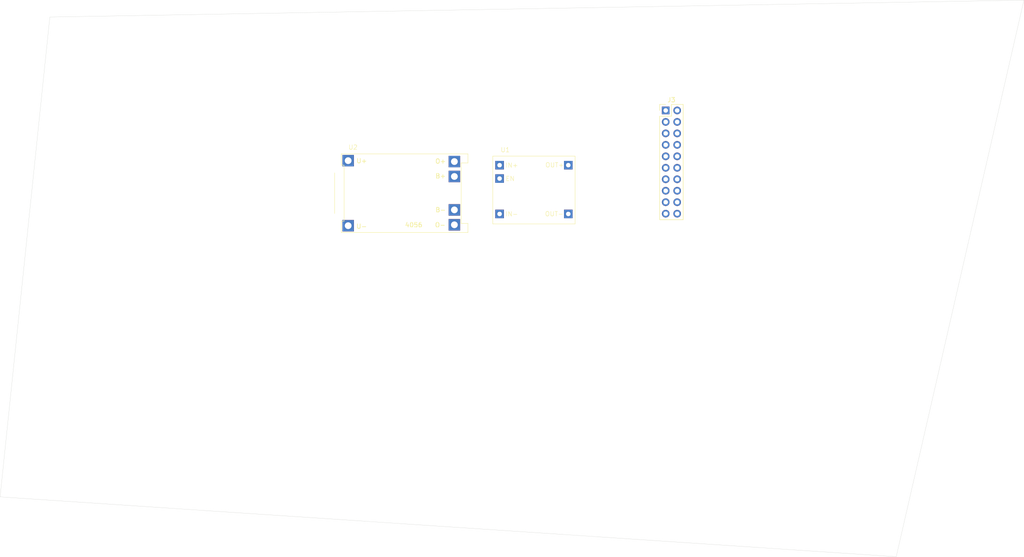
<source format=kicad_pcb>
(kicad_pcb (version 20241229) (generator "pcbnew") (generator_version "9.0")
  (layers (0 "F.Cu" signal) (2 "B.Cu" signal) (13 "F.Paste" user) (15 "B.Paste" user) (5 "F.SilkS" user "F.Silkscreen") (7 "B.SilkS" user "B.Silkscreen") (1 "F.Mask" user) (3 "B.Mask" user) (25 "Edge.Cuts" user))
  (net 0 "")
  (net 1 "COL2")
  (net 2 "VCC")
  (net 3 "ROW3")
  (net 4 "GND")
  (net 5 "COL5")
  (net 6 "COL1")
  (net 7 "COL4")
  (net 8 "COL3")
  (net 9 "ROW2")
  (net 10 "ROW1")
  (net 11 "VBAT_BMS")
  (net 12 "USB+")
  (net 13 "USB-")
  (net 14 "VBAT_GND")
  (net 15 "VBAT")
  (footprint "dcdc_Var_5W:dcdc_Var_5W" (layer "F.Cu") (at 158.35 78.05)
    (property "Reference" "U1" (at -6.35 -8.89 0) (layer "F.SilkS") (effects (font (thickness 0.1))))
    (property "Value" "~")
    (fp_line (start -9.1 -7.5) (end -9.1 7.5) (stroke (width 0.1)) (layer "F.SilkS"))
    (fp_line (start -9.1 -7.5) (end 9.1 -7.5) (stroke (width 0.1)) (layer "F.SilkS"))
    (fp_line (start -9.1 7.5) (end 9.1 7.5) (stroke (width 0.1)) (layer "F.SilkS"))
    (fp_line (start 9.1 -7.5) (end 9.1 7.5) (stroke (width 0.1)) (layer "F.SilkS"))
    (fp_text user "IN+" (at -6.344047 -4.885102 0) (layer "F.SilkS") (effects (font (thickness 0.1)) (justify left bottom)))
    (fp_text user "IN-" (at -6.349231 5.904136 0) (layer "F.SilkS") (effects (font (thickness 0.1)) (justify left bottom)))
    (fp_text user "OUT+" (at 2.474331 -4.954708 0) (layer "F.SilkS") (effects (font (thickness 0.1)) (justify left bottom)))
    (fp_text user "EN" (at -6.305452 -1.92785 0) (layer "F.SilkS") (effects (font (thickness 0.1)) (justify left bottom)))
    (fp_text user "OUT-" (at 2.398772 5.869333 0) (layer "F.SilkS") (effects (font (thickness 0.1)) (justify left bottom)))
    (pad "1" thru_hole rect (at -7.6 -5.5) (size 1.905 1.905) (drill 1) (layers "*.Cu" "*.Mask") (net 11 "VBAT_BMS"))
    (pad "2" thru_hole rect (at -7.6 5.3) (size 1.905 1.905) (drill 1) (layers "*.Cu" "*.Mask") (net 4 "GND"))
    (pad "3" thru_hole rect (at 7.6 -5.5) (size 1.905 1.905) (drill 1) (layers "*.Cu" "*.Mask") (net 2 "VCC"))
    (pad "4" thru_hole rect (at 7.6 5.3) (size 1.905 1.905) (drill 1) (layers "*.Cu" "*.Mask") (net 4 "GND"))
    (pad "5" thru_hole rect (at -7.6 -2.54) (size 1.905 1.905) (drill 1) (layers "*.Cu" "*.Mask") (net 11 "VBAT_BMS"))
  )
  (footprint "dcdc_Var_5W:TPS4056 Board" (layer "F.Cu") (at 129.75 78.75)
    (property "Reference" "U2" (at -11.43 -10.16 0) (layer "F.SilkS") (effects (font (thickness 0.1))))
    (property "Value" "~")
    (fp_line (start -15.5 -4.5) (end -15.5 4.5) (stroke (width 0.1)) (layer "F.SilkS"))
    (fp_line (start -14 -8.7) (end -14 -6.2) (stroke (width 0.1)) (layer "F.SilkS"))
    (fp_line (start -14 -8.7) (end 14 -8.7) (stroke (width 0.1)) (layer "F.SilkS"))
    (fp_line (start -14 -6.2) (end -13.4 -6.2) (stroke (width 0.1)) (layer "F.SilkS"))
    (fp_line (start -14 6.2) (end -13.4 6.2) (stroke (width 0.1)) (layer "F.SilkS"))
    (fp_line (start -14 8.7) (end -14 6.2) (stroke (width 0.1)) (layer "F.SilkS"))
    (fp_line (start -14 8.7) (end 14 8.7) (stroke (width 0.1)) (layer "F.SilkS"))
    (fp_line (start -13.4 6.2) (end -13.4 -6.2) (stroke (width 0.1)) (layer "F.SilkS"))
    (fp_line (start 12.5 -6.7) (end 14 -6.7) (stroke (width 0.1)) (layer "F.SilkS"))
    (fp_line (start 12.5 6.7) (end 12.5 -6.7) (stroke (width 0.1)) (layer "F.SilkS"))
    (fp_line (start 14 -6.7) (end 14 -8.7) (stroke (width 0.1)) (layer "F.SilkS"))
    (fp_line (start 14 6.7) (end 12.5 6.7) (stroke (width 0.1)) (layer "F.SilkS"))
    (fp_line (start 14 8.7) (end 14 6.7) (stroke (width 0.1)) (layer "F.SilkS"))
    (fp_text user "O+" (at 6.699934 -6.485942 0) (layer "F.SilkS") (effects (justify left bottom)))
    (fp_text user "U+" (at -10.737366 -6.567094 0) (layer "F.SilkS") (effects (justify left bottom)))
    (fp_text user "U-" (at -10.759592 7.93513 0) (layer "F.SilkS") (effects (justify left bottom)))
    (fp_text user "B+" (at 6.741286 -3.208856 0) (layer "F.SilkS") (effects (justify left bottom)))
    (fp_text user "B-" (at 6.750073 4.282437 0) (layer "F.SilkS") (effects (justify left bottom)))
    (fp_text user "4056" (at 0 7.62 0) (layer "F.SilkS") (effects (justify left bottom)))
    (fp_text user "O-" (at 6.636357 7.62155 0) (layer "F.SilkS") (effects (justify left bottom)))
    (pad "1" thru_hole rect (at -12.5 -7.2) (size 2.54 2.54) (drill 1.5) (layers "*.Cu" "*.Mask") (net 12 "USB+"))
    (pad "2" thru_hole rect (at -12.5 7.2) (size 2.54 2.54) (drill 1.5) (layers "*.Cu" "*.Mask") (net 13 "USB-"))
    (pad "3" thru_hole rect (at 11 -7) (size 2.54 2.54) (drill 1.5) (layers "*.Cu" "*.Mask") (net 11 "VBAT_BMS"))
    (pad "4" thru_hole rect (at 11 -3.7) (size 2.54 2.54) (drill 1.5) (layers "*.Cu" "*.Mask" "F.Adhes") (net 15 "VBAT"))
    (pad "5" thru_hole rect (at 11 3.7) (size 2.54 2.54) (drill 1.5) (layers "*.Cu" "*.Mask") (net 14 "VBAT_GND"))
    (pad "6" thru_hole rect (at 11 7) (size 2.54 2.54) (drill 1.5) (layers "*.Cu" "*.Mask") (net 4 "GND"))
  )
  (footprint "Connector_PinHeader_2.54mm:PinHeader_2x10_P2.54mm_Vertical" (layer "F.Cu") (at 187.5 60.43)
    (property "Reference" "J3" (at 1.27 -2.33 0) (layer "F.SilkS"))
    (property "Value" "Conn_02x10_Counter_Clockwise")
    (fp_line (start -1.33 -1.33) (end 0 -1.33) (stroke (width 0.12)) (layer "F.SilkS"))
    (fp_line (start -1.33 0) (end -1.33 -1.33) (stroke (width 0.12)) (layer "F.SilkS"))
    (fp_line (start -1.33 1.27) (end -1.33 24.19) (stroke (width 0.12)) (layer "F.SilkS"))
    (fp_line (start -1.33 1.27) (end 1.27 1.27) (stroke (width 0.12)) (layer "F.SilkS"))
    (fp_line (start -1.33 24.19) (end 3.87 24.19) (stroke (width 0.12)) (layer "F.SilkS"))
    (fp_line (start 1.27 -1.33) (end 3.87 -1.33) (stroke (width 0.12)) (layer "F.SilkS"))
    (fp_line (start 1.27 1.27) (end 1.27 -1.33) (stroke (width 0.12)) (layer "F.SilkS"))
    (fp_line (start 3.87 -1.33) (end 3.87 24.19) (stroke (width 0.12)) (layer "F.SilkS"))
    (pad "1" thru_hole rect (at 0 0) (size 1.7 1.7) (drill 1) (layers "*.Cu" "*.Mask") (net 6 "COL1"))
    (pad "2" thru_hole oval (at 2.54 0) (size 1.7 1.7) (drill 1) (layers "*.Cu" "*.Mask") (net 6 "COL1"))
    (pad "3" thru_hole oval (at 0 2.54) (size 1.7 1.7) (drill 1) (layers "*.Cu" "*.Mask") (net 1 "COL2"))
    (pad "4" thru_hole oval (at 2.54 2.54) (size 1.7 1.7) (drill 1) (layers "*.Cu" "*.Mask") (net 1 "COL2"))
    (pad "5" thru_hole oval (at 0 5.08) (size 1.7 1.7) (drill 1) (layers "*.Cu" "*.Mask") (net 8 "COL3"))
    (pad "6" thru_hole oval (at 2.54 5.08) (size 1.7 1.7) (drill 1) (layers "*.Cu" "*.Mask") (net 8 "COL3"))
    (pad "7" thru_hole oval (at 0 7.62) (size 1.7 1.7) (drill 1) (layers "*.Cu" "*.Mask") (net 7 "COL4"))
    (pad "8" thru_hole oval (at 2.54 7.62) (size 1.7 1.7) (drill 1) (layers "*.Cu" "*.Mask") (net 7 "COL4"))
    (pad "9" thru_hole oval (at 0 10.16) (size 1.7 1.7) (drill 1) (layers "*.Cu" "*.Mask") (net 5 "COL5"))
    (pad "10" thru_hole oval (at 2.54 10.16) (size 1.7 1.7) (drill 1) (layers "*.Cu" "*.Mask") (net 5 "COL5"))
    (pad "11" thru_hole oval (at 0 12.7) (size 1.7 1.7) (drill 1) (layers "*.Cu" "*.Mask") (net 10 "ROW1"))
    (pad "12" thru_hole oval (at 2.54 12.7) (size 1.7 1.7) (drill 1) (layers "*.Cu" "*.Mask") (net 10 "ROW1"))
    (pad "13" thru_hole oval (at 0 15.24) (size 1.7 1.7) (drill 1) (layers "*.Cu" "*.Mask") (net 9 "ROW2"))
    (pad "14" thru_hole oval (at 2.54 15.24) (size 1.7 1.7) (drill 1) (layers "*.Cu" "*.Mask") (net 9 "ROW2"))
    (pad "15" thru_hole oval (at 0 17.78) (size 1.7 1.7) (drill 1) (layers "*.Cu" "*.Mask") (net 3 "ROW3"))
    (pad "16" thru_hole oval (at 2.54 17.78) (size 1.7 1.7) (drill 1) (layers "*.Cu" "*.Mask") (net 3 "ROW3"))
    (pad "17" thru_hole oval (at 0 20.32) (size 1.7 1.7) (drill 1) (layers "*.Cu" "*.Mask") (net 2 "VCC"))
    (pad "18" thru_hole oval (at 2.54 20.32) (size 1.7 1.7) (drill 1) (layers "*.Cu" "*.Mask") (net 2 "VCC"))
    (pad "19" thru_hole oval (at 0 22.86) (size 1.7 1.7) (drill 1) (layers "*.Cu" "*.Mask") (net 4 "GND"))
    (pad "20" thru_hole oval (at 2.54 22.86) (size 1.7 1.7) (drill 1) (layers "*.Cu" "*.Mask") (net 4 "GND"))
  )
  (gr_line (start 40.25 146) (end 238.5 159.25) (stroke (width 0.05)) (layer "Edge.Cuts"))
  (gr_line (start 266.75 36) (end 51.25 39.75) (stroke (width 0.05)) (layer "Edge.Cuts"))
  (gr_line (start 238.5 159.25) (end 266.75 36) (stroke (width 0.05)) (layer "Edge.Cuts"))
  (gr_line (start 51.25 39.75) (end 40.25 146) (stroke (width 0.05)) (layer "Edge.Cuts"))
)
</source>
